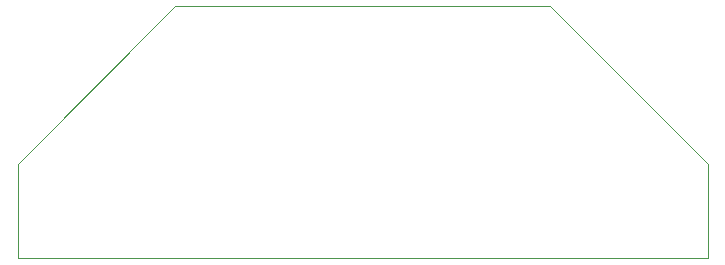
<source format=gbr>
%TF.GenerationSoftware,KiCad,Pcbnew,(5.1.8)-1*%
%TF.CreationDate,2024-06-16T21:37:54+03:00*%
%TF.ProjectId,MUX1,4d555831-2e6b-4696-9361-645f70636258,rev?*%
%TF.SameCoordinates,Original*%
%TF.FileFunction,Profile,NP*%
%FSLAX46Y46*%
G04 Gerber Fmt 4.6, Leading zero omitted, Abs format (unit mm)*
G04 Created by KiCad (PCBNEW (5.1.8)-1) date 2024-06-16 21:37:54*
%MOMM*%
%LPD*%
G01*
G04 APERTURE LIST*
%TA.AperFunction,Profile*%
%ADD10C,0.050000*%
%TD*%
G04 APERTURE END LIST*
D10*
X139700000Y-58420000D02*
X126365000Y-45085000D01*
X81280000Y-58420000D02*
X94615000Y-45085000D01*
X94615000Y-45085000D02*
X126365000Y-45085000D01*
X81280000Y-66421000D02*
X81280000Y-58420000D01*
X139700000Y-66421000D02*
X81280000Y-66421000D01*
X139700000Y-58420000D02*
X139700000Y-66421000D01*
M02*

</source>
